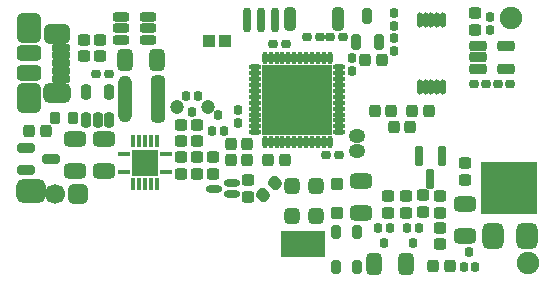
<source format=gts>
G04 Layer_Color=8388736*
%FSLAX25Y25*%
%MOIN*%
G70*
G01*
G75*
%ADD56C,0.06693*%
G04:AMPARAMS|DCode=74|XSize=27.56mil|YSize=31.5mil|CornerRadius=8.86mil|HoleSize=0mil|Usage=FLASHONLY|Rotation=270.000|XOffset=0mil|YOffset=0mil|HoleType=Round|Shape=RoundedRectangle|*
%AMROUNDEDRECTD74*
21,1,0.02756,0.01378,0,0,270.0*
21,1,0.00984,0.03150,0,0,270.0*
1,1,0.01772,-0.00689,-0.00492*
1,1,0.01772,-0.00689,0.00492*
1,1,0.01772,0.00689,0.00492*
1,1,0.01772,0.00689,-0.00492*
%
%ADD74ROUNDEDRECTD74*%
G04:AMPARAMS|DCode=75|XSize=43.31mil|YSize=39.37mil|CornerRadius=11.81mil|HoleSize=0mil|Usage=FLASHONLY|Rotation=0.000|XOffset=0mil|YOffset=0mil|HoleType=Round|Shape=RoundedRectangle|*
%AMROUNDEDRECTD75*
21,1,0.04331,0.01575,0,0,0.0*
21,1,0.01969,0.03937,0,0,0.0*
1,1,0.02362,0.00984,-0.00787*
1,1,0.02362,-0.00984,-0.00787*
1,1,0.02362,-0.00984,0.00787*
1,1,0.02362,0.00984,0.00787*
%
%ADD75ROUNDEDRECTD75*%
G04:AMPARAMS|DCode=76|XSize=51.18mil|YSize=17.72mil|CornerRadius=6.4mil|HoleSize=0mil|Usage=FLASHONLY|Rotation=270.000|XOffset=0mil|YOffset=0mil|HoleType=Round|Shape=RoundedRectangle|*
%AMROUNDEDRECTD76*
21,1,0.05118,0.00492,0,0,270.0*
21,1,0.03839,0.01772,0,0,270.0*
1,1,0.01280,-0.00246,-0.01919*
1,1,0.01280,-0.00246,0.01919*
1,1,0.01280,0.00246,0.01919*
1,1,0.01280,0.00246,-0.01919*
%
%ADD76ROUNDEDRECTD76*%
G04:AMPARAMS|DCode=77|XSize=27.56mil|YSize=31.5mil|CornerRadius=8.86mil|HoleSize=0mil|Usage=FLASHONLY|Rotation=180.000|XOffset=0mil|YOffset=0mil|HoleType=Round|Shape=RoundedRectangle|*
%AMROUNDEDRECTD77*
21,1,0.02756,0.01378,0,0,180.0*
21,1,0.00984,0.03150,0,0,180.0*
1,1,0.01772,-0.00492,0.00689*
1,1,0.01772,0.00492,0.00689*
1,1,0.01772,0.00492,-0.00689*
1,1,0.01772,-0.00492,-0.00689*
%
%ADD77ROUNDEDRECTD77*%
G04:AMPARAMS|DCode=78|XSize=43.31mil|YSize=35.43mil|CornerRadius=10.83mil|HoleSize=0mil|Usage=FLASHONLY|Rotation=90.000|XOffset=0mil|YOffset=0mil|HoleType=Round|Shape=RoundedRectangle|*
%AMROUNDEDRECTD78*
21,1,0.04331,0.01378,0,0,90.0*
21,1,0.02165,0.03543,0,0,90.0*
1,1,0.02165,0.00689,0.01083*
1,1,0.02165,0.00689,-0.01083*
1,1,0.02165,-0.00689,-0.01083*
1,1,0.02165,-0.00689,0.01083*
%
%ADD78ROUNDEDRECTD78*%
G04:AMPARAMS|DCode=79|XSize=43.31mil|YSize=39.37mil|CornerRadius=11.81mil|HoleSize=0mil|Usage=FLASHONLY|Rotation=90.000|XOffset=0mil|YOffset=0mil|HoleType=Round|Shape=RoundedRectangle|*
%AMROUNDEDRECTD79*
21,1,0.04331,0.01575,0,0,90.0*
21,1,0.01969,0.03937,0,0,90.0*
1,1,0.02362,0.00787,0.00984*
1,1,0.02362,0.00787,-0.00984*
1,1,0.02362,-0.00787,-0.00984*
1,1,0.02362,-0.00787,0.00984*
%
%ADD79ROUNDEDRECTD79*%
%ADD80O,0.04724X0.15748*%
G04:AMPARAMS|DCode=81|XSize=47.24mil|YSize=157.48mil|CornerRadius=13.78mil|HoleSize=0mil|Usage=FLASHONLY|Rotation=0.000|XOffset=0mil|YOffset=0mil|HoleType=Round|Shape=RoundedRectangle|*
%AMROUNDEDRECTD81*
21,1,0.04724,0.12992,0,0,0.0*
21,1,0.01969,0.15748,0,0,0.0*
1,1,0.02756,0.00984,-0.06496*
1,1,0.02756,-0.00984,-0.06496*
1,1,0.02756,-0.00984,0.06496*
1,1,0.02756,0.00984,0.06496*
%
%ADD81ROUNDEDRECTD81*%
G04:AMPARAMS|DCode=82|XSize=35.43mil|YSize=59.06mil|CornerRadius=10.83mil|HoleSize=0mil|Usage=FLASHONLY|Rotation=90.000|XOffset=0mil|YOffset=0mil|HoleType=Round|Shape=RoundedRectangle|*
%AMROUNDEDRECTD82*
21,1,0.03543,0.03740,0,0,90.0*
21,1,0.01378,0.05906,0,0,90.0*
1,1,0.02165,0.01870,0.00689*
1,1,0.02165,0.01870,-0.00689*
1,1,0.02165,-0.01870,-0.00689*
1,1,0.02165,-0.01870,0.00689*
%
%ADD82ROUNDEDRECTD82*%
G04:AMPARAMS|DCode=83|XSize=74.8mil|YSize=51.18mil|CornerRadius=14.76mil|HoleSize=0mil|Usage=FLASHONLY|Rotation=180.000|XOffset=0mil|YOffset=0mil|HoleType=Round|Shape=RoundedRectangle|*
%AMROUNDEDRECTD83*
21,1,0.07480,0.02165,0,0,180.0*
21,1,0.04528,0.05118,0,0,180.0*
1,1,0.02953,-0.02264,0.01083*
1,1,0.02953,0.02264,0.01083*
1,1,0.02953,0.02264,-0.01083*
1,1,0.02953,-0.02264,-0.01083*
%
%ADD83ROUNDEDRECTD83*%
G04:AMPARAMS|DCode=84|XSize=47.24mil|YSize=31.5mil|CornerRadius=9.84mil|HoleSize=0mil|Usage=FLASHONLY|Rotation=90.000|XOffset=0mil|YOffset=0mil|HoleType=Round|Shape=RoundedRectangle|*
%AMROUNDEDRECTD84*
21,1,0.04724,0.01181,0,0,90.0*
21,1,0.02756,0.03150,0,0,90.0*
1,1,0.01969,0.00591,0.01378*
1,1,0.01969,0.00591,-0.01378*
1,1,0.01969,-0.00591,-0.01378*
1,1,0.01969,-0.00591,0.01378*
%
%ADD84ROUNDEDRECTD84*%
%ADD85R,0.08858X0.08858*%
%ADD86O,0.01575X0.04331*%
%ADD87O,0.04331X0.01575*%
G04:AMPARAMS|DCode=88|XSize=31.5mil|YSize=53.15mil|CornerRadius=9.84mil|HoleSize=0mil|Usage=FLASHONLY|Rotation=180.000|XOffset=0mil|YOffset=0mil|HoleType=Round|Shape=RoundedRectangle|*
%AMROUNDEDRECTD88*
21,1,0.03150,0.03347,0,0,180.0*
21,1,0.01181,0.05315,0,0,180.0*
1,1,0.01969,-0.00591,0.01673*
1,1,0.01969,0.00591,0.01673*
1,1,0.01969,0.00591,-0.01673*
1,1,0.01969,-0.00591,-0.01673*
%
%ADD88ROUNDEDRECTD88*%
G04:AMPARAMS|DCode=89|XSize=52.87mil|YSize=52.87mil|CornerRadius=15.19mil|HoleSize=0mil|Usage=FLASHONLY|Rotation=0.000|XOffset=0mil|YOffset=0mil|HoleType=Round|Shape=RoundedRectangle|*
%AMROUNDEDRECTD89*
21,1,0.05287,0.02250,0,0,0.0*
21,1,0.02250,0.05287,0,0,0.0*
1,1,0.03037,0.01125,-0.01125*
1,1,0.03037,-0.01125,-0.01125*
1,1,0.03037,-0.01125,0.01125*
1,1,0.03037,0.01125,0.01125*
%
%ADD89ROUNDEDRECTD89*%
G04:AMPARAMS|DCode=90|XSize=43.31mil|YSize=39.37mil|CornerRadius=11.81mil|HoleSize=0mil|Usage=FLASHONLY|Rotation=315.000|XOffset=0mil|YOffset=0mil|HoleType=Round|Shape=RoundedRectangle|*
%AMROUNDEDRECTD90*
21,1,0.04331,0.01575,0,0,315.0*
21,1,0.01969,0.03937,0,0,315.0*
1,1,0.02362,0.00139,-0.01253*
1,1,0.02362,-0.01253,0.00139*
1,1,0.02362,-0.00139,0.01253*
1,1,0.02362,0.01253,-0.00139*
%
%ADD90ROUNDEDRECTD90*%
G04:AMPARAMS|DCode=91|XSize=31.5mil|YSize=55.12mil|CornerRadius=9.84mil|HoleSize=0mil|Usage=FLASHONLY|Rotation=90.000|XOffset=0mil|YOffset=0mil|HoleType=Round|Shape=RoundedRectangle|*
%AMROUNDEDRECTD91*
21,1,0.03150,0.03543,0,0,90.0*
21,1,0.01181,0.05512,0,0,90.0*
1,1,0.01969,0.01772,0.00591*
1,1,0.01969,0.01772,-0.00591*
1,1,0.01969,-0.01772,-0.00591*
1,1,0.01969,-0.01772,0.00591*
%
%ADD91ROUNDEDRECTD91*%
G04:AMPARAMS|DCode=92|XSize=33.47mil|YSize=51.18mil|CornerRadius=10.34mil|HoleSize=0mil|Usage=FLASHONLY|Rotation=180.000|XOffset=0mil|YOffset=0mil|HoleType=Round|Shape=RoundedRectangle|*
%AMROUNDEDRECTD92*
21,1,0.03347,0.03051,0,0,180.0*
21,1,0.01280,0.05118,0,0,180.0*
1,1,0.02067,-0.00640,0.01526*
1,1,0.02067,0.00640,0.01526*
1,1,0.02067,0.00640,-0.01526*
1,1,0.02067,-0.00640,-0.01526*
%
%ADD92ROUNDEDRECTD92*%
%ADD93R,0.23228X0.23228*%
%ADD94O,0.04331X0.01772*%
%ADD95O,0.01772X0.04331*%
G04:AMPARAMS|DCode=96|XSize=23.62mil|YSize=51.18mil|CornerRadius=7.87mil|HoleSize=0mil|Usage=FLASHONLY|Rotation=270.000|XOffset=0mil|YOffset=0mil|HoleType=Round|Shape=RoundedRectangle|*
%AMROUNDEDRECTD96*
21,1,0.02362,0.03543,0,0,270.0*
21,1,0.00787,0.05118,0,0,270.0*
1,1,0.01575,-0.01772,-0.00394*
1,1,0.01575,-0.01772,0.00394*
1,1,0.01575,0.01772,0.00394*
1,1,0.01575,0.01772,-0.00394*
%
%ADD96ROUNDEDRECTD96*%
G04:AMPARAMS|DCode=97|XSize=74.8mil|YSize=51.18mil|CornerRadius=14.76mil|HoleSize=0mil|Usage=FLASHONLY|Rotation=90.000|XOffset=0mil|YOffset=0mil|HoleType=Round|Shape=RoundedRectangle|*
%AMROUNDEDRECTD97*
21,1,0.07480,0.02165,0,0,90.0*
21,1,0.04528,0.05118,0,0,90.0*
1,1,0.02953,0.01083,0.02264*
1,1,0.02953,0.01083,-0.02264*
1,1,0.02953,-0.01083,-0.02264*
1,1,0.02953,-0.01083,0.02264*
%
%ADD97ROUNDEDRECTD97*%
G04:AMPARAMS|DCode=98|XSize=43.31mil|YSize=43.31mil|CornerRadius=12.8mil|HoleSize=0mil|Usage=FLASHONLY|Rotation=180.000|XOffset=0mil|YOffset=0mil|HoleType=Round|Shape=RoundedRectangle|*
%AMROUNDEDRECTD98*
21,1,0.04331,0.01772,0,0,180.0*
21,1,0.01772,0.04331,0,0,180.0*
1,1,0.02559,-0.00886,0.00886*
1,1,0.02559,0.00886,0.00886*
1,1,0.02559,0.00886,-0.00886*
1,1,0.02559,-0.00886,-0.00886*
%
%ADD98ROUNDEDRECTD98*%
G04:AMPARAMS|DCode=99|XSize=78.74mil|YSize=37.4mil|CornerRadius=11.32mil|HoleSize=0mil|Usage=FLASHONLY|Rotation=90.000|XOffset=0mil|YOffset=0mil|HoleType=Round|Shape=RoundedRectangle|*
%AMROUNDEDRECTD99*
21,1,0.07874,0.01476,0,0,90.0*
21,1,0.05610,0.03740,0,0,90.0*
1,1,0.02264,0.00738,0.02805*
1,1,0.02264,0.00738,-0.02805*
1,1,0.02264,-0.00738,-0.02805*
1,1,0.02264,-0.00738,0.02805*
%
%ADD99ROUNDEDRECTD99*%
G04:AMPARAMS|DCode=100|XSize=31.5mil|YSize=59.06mil|CornerRadius=9.84mil|HoleSize=0mil|Usage=FLASHONLY|Rotation=90.000|XOffset=0mil|YOffset=0mil|HoleType=Round|Shape=RoundedRectangle|*
%AMROUNDEDRECTD100*
21,1,0.03150,0.03937,0,0,90.0*
21,1,0.01181,0.05906,0,0,90.0*
1,1,0.01969,0.01969,0.00591*
1,1,0.01969,0.01969,-0.00591*
1,1,0.01969,-0.01969,-0.00591*
1,1,0.01969,-0.01969,0.00591*
%
%ADD100ROUNDEDRECTD100*%
%ADD101R,0.18898X0.17716*%
G04:AMPARAMS|DCode=102|XSize=86.61mil|YSize=70.87mil|CornerRadius=19.69mil|HoleSize=0mil|Usage=FLASHONLY|Rotation=270.000|XOffset=0mil|YOffset=0mil|HoleType=Round|Shape=RoundedRectangle|*
%AMROUNDEDRECTD102*
21,1,0.08661,0.03150,0,0,270.0*
21,1,0.04724,0.07087,0,0,270.0*
1,1,0.03937,-0.01575,-0.02362*
1,1,0.03937,-0.01575,0.02362*
1,1,0.03937,0.01575,0.02362*
1,1,0.03937,0.01575,-0.02362*
%
%ADD102ROUNDEDRECTD102*%
G04:AMPARAMS|DCode=103|XSize=101.38mil|YSize=82.68mil|CornerRadius=22.64mil|HoleSize=0mil|Usage=FLASHONLY|Rotation=270.000|XOffset=0mil|YOffset=0mil|HoleType=Round|Shape=RoundedRectangle|*
%AMROUNDEDRECTD103*
21,1,0.10138,0.03740,0,0,270.0*
21,1,0.05610,0.08268,0,0,270.0*
1,1,0.04528,-0.01870,-0.02805*
1,1,0.04528,-0.01870,0.02805*
1,1,0.04528,0.01870,0.02805*
1,1,0.04528,0.01870,-0.02805*
%
%ADD103ROUNDEDRECTD103*%
G04:AMPARAMS|DCode=104|XSize=54.13mil|YSize=82.68mil|CornerRadius=15.5mil|HoleSize=0mil|Usage=FLASHONLY|Rotation=270.000|XOffset=0mil|YOffset=0mil|HoleType=Round|Shape=RoundedRectangle|*
%AMROUNDEDRECTD104*
21,1,0.05413,0.05167,0,0,270.0*
21,1,0.02313,0.08268,0,0,270.0*
1,1,0.03100,-0.02584,-0.01157*
1,1,0.03100,-0.02584,0.01157*
1,1,0.03100,0.02584,0.01157*
1,1,0.03100,0.02584,-0.01157*
%
%ADD104ROUNDEDRECTD104*%
G04:AMPARAMS|DCode=105|XSize=65.94mil|YSize=86.61mil|CornerRadius=18.46mil|HoleSize=0mil|Usage=FLASHONLY|Rotation=270.000|XOffset=0mil|YOffset=0mil|HoleType=Round|Shape=RoundedRectangle|*
%AMROUNDEDRECTD105*
21,1,0.06594,0.04971,0,0,270.0*
21,1,0.02904,0.08661,0,0,270.0*
1,1,0.03691,-0.02485,-0.01452*
1,1,0.03691,-0.02485,0.01452*
1,1,0.03691,0.02485,0.01452*
1,1,0.03691,0.02485,-0.01452*
%
%ADD105ROUNDEDRECTD105*%
G04:AMPARAMS|DCode=106|XSize=65.94mil|YSize=90.55mil|CornerRadius=18.46mil|HoleSize=0mil|Usage=FLASHONLY|Rotation=270.000|XOffset=0mil|YOffset=0mil|HoleType=Round|Shape=RoundedRectangle|*
%AMROUNDEDRECTD106*
21,1,0.06594,0.05364,0,0,270.0*
21,1,0.02904,0.09055,0,0,270.0*
1,1,0.03691,-0.02682,-0.01452*
1,1,0.03691,-0.02682,0.01452*
1,1,0.03691,0.02682,0.01452*
1,1,0.03691,0.02682,-0.01452*
%
%ADD106ROUNDEDRECTD106*%
G04:AMPARAMS|DCode=107|XSize=25.59mil|YSize=62.21mil|CornerRadius=8.37mil|HoleSize=0mil|Usage=FLASHONLY|Rotation=90.000|XOffset=0mil|YOffset=0mil|HoleType=Round|Shape=RoundedRectangle|*
%AMROUNDEDRECTD107*
21,1,0.02559,0.04547,0,0,90.0*
21,1,0.00886,0.06221,0,0,90.0*
1,1,0.01673,0.02274,0.00443*
1,1,0.01673,0.02274,-0.00443*
1,1,0.01673,-0.02274,-0.00443*
1,1,0.01673,-0.02274,0.00443*
%
%ADD107ROUNDEDRECTD107*%
G04:AMPARAMS|DCode=108|XSize=29.53mil|YSize=66.93mil|CornerRadius=9.35mil|HoleSize=0mil|Usage=FLASHONLY|Rotation=0.000|XOffset=0mil|YOffset=0mil|HoleType=Round|Shape=RoundedRectangle|*
%AMROUNDEDRECTD108*
21,1,0.02953,0.04823,0,0,0.0*
21,1,0.01083,0.06693,0,0,0.0*
1,1,0.01870,0.00541,-0.02411*
1,1,0.01870,-0.00541,-0.02411*
1,1,0.01870,-0.00541,0.02411*
1,1,0.01870,0.00541,0.02411*
%
%ADD108ROUNDEDRECTD108*%
G04:AMPARAMS|DCode=109|XSize=23.62mil|YSize=82.68mil|CornerRadius=7.87mil|HoleSize=0mil|Usage=FLASHONLY|Rotation=0.000|XOffset=0mil|YOffset=0mil|HoleType=Round|Shape=RoundedRectangle|*
%AMROUNDEDRECTD109*
21,1,0.02362,0.06693,0,0,0.0*
21,1,0.00787,0.08268,0,0,0.0*
1,1,0.01575,0.00394,-0.03347*
1,1,0.01575,-0.00394,-0.03347*
1,1,0.01575,-0.00394,0.03347*
1,1,0.01575,0.00394,0.03347*
%
%ADD109ROUNDEDRECTD109*%
%ADD110R,0.03937X0.04331*%
%ADD111C,0.07480*%
%ADD112O,0.05512X0.04724*%
G04:AMPARAMS|DCode=113|XSize=66.93mil|YSize=66.93mil|CornerRadius=18.7mil|HoleSize=0mil|Usage=FLASHONLY|Rotation=90.000|XOffset=0mil|YOffset=0mil|HoleType=Round|Shape=RoundedRectangle|*
%AMROUNDEDRECTD113*
21,1,0.06693,0.02953,0,0,90.0*
21,1,0.02953,0.06693,0,0,90.0*
1,1,0.03740,0.01476,0.01476*
1,1,0.03740,0.01476,-0.01476*
1,1,0.03740,-0.01476,-0.01476*
1,1,0.03740,-0.01476,0.01476*
%
%ADD113ROUNDEDRECTD113*%
%ADD114C,0.04724*%
G04:AMPARAMS|DCode=115|XSize=98.43mil|YSize=78.74mil|CornerRadius=21.65mil|HoleSize=0mil|Usage=FLASHONLY|Rotation=180.000|XOffset=0mil|YOffset=0mil|HoleType=Round|Shape=RoundedRectangle|*
%AMROUNDEDRECTD115*
21,1,0.09843,0.03543,0,0,180.0*
21,1,0.05512,0.07874,0,0,180.0*
1,1,0.04331,-0.02756,0.01772*
1,1,0.04331,0.02756,0.01772*
1,1,0.04331,0.02756,-0.01772*
1,1,0.04331,-0.02756,-0.01772*
%
%ADD115ROUNDEDRECTD115*%
%ADD116R,0.14567X0.08661*%
D56*
X13750Y-62795D02*
D03*
D74*
X86559Y-12856D02*
D03*
X90850D02*
D03*
X157646Y-26000D02*
D03*
X153354D02*
D03*
X165646Y-26000D02*
D03*
X161354D02*
D03*
X31791Y-22750D02*
D03*
X27500D02*
D03*
X104104Y-49750D02*
D03*
X108396D02*
D03*
X102146Y-10500D02*
D03*
X97854D02*
D03*
X109823Y-10433D02*
D03*
X105532D02*
D03*
D75*
X55709Y-45256D02*
D03*
Y-39744D02*
D03*
X142250Y-63494D02*
D03*
Y-69006D02*
D03*
X150500Y-58006D02*
D03*
Y-52494D02*
D03*
X153750Y-8146D02*
D03*
Y-2634D02*
D03*
X23500Y-16831D02*
D03*
Y-11319D02*
D03*
X29000D02*
D03*
Y-16831D02*
D03*
X78250Y-58244D02*
D03*
Y-63756D02*
D03*
X61122Y-56102D02*
D03*
Y-50591D02*
D03*
X55807Y-56102D02*
D03*
Y-50591D02*
D03*
X130750Y-69000D02*
D03*
Y-63488D02*
D03*
X125000Y-69006D02*
D03*
Y-63494D02*
D03*
X136500Y-68756D02*
D03*
Y-63244D02*
D03*
X66500Y-56006D02*
D03*
Y-50494D02*
D03*
X61122Y-39744D02*
D03*
Y-45256D02*
D03*
X142250Y-79506D02*
D03*
Y-73994D02*
D03*
D76*
X143280Y-4963D02*
D03*
X141311D02*
D03*
X139342D02*
D03*
X137374D02*
D03*
X135406D02*
D03*
Y-27010D02*
D03*
X137374D02*
D03*
X139342D02*
D03*
X141311D02*
D03*
X143280D02*
D03*
D77*
X112750Y-17604D02*
D03*
Y-21896D02*
D03*
X126750Y-2604D02*
D03*
Y-6896D02*
D03*
X159000Y-8146D02*
D03*
Y-3854D02*
D03*
X133250Y-79118D02*
D03*
X131281Y-74000D02*
D03*
X135219D02*
D03*
X68250Y-36632D02*
D03*
X70218Y-41750D02*
D03*
X66281D02*
D03*
X123500Y-79118D02*
D03*
X121531Y-74000D02*
D03*
X125469D02*
D03*
X61468Y-30250D02*
D03*
X57531D02*
D03*
X59500Y-35368D02*
D03*
X150031Y-87250D02*
D03*
X153969D02*
D03*
X152000Y-82132D02*
D03*
X75000Y-34854D02*
D03*
Y-39146D02*
D03*
X126750Y-15146D02*
D03*
Y-10854D02*
D03*
D78*
X19783Y-37500D02*
D03*
X13878D02*
D03*
D79*
X139994Y-86750D02*
D03*
X145506D02*
D03*
X84994Y-51500D02*
D03*
X90506D02*
D03*
X138506Y-35000D02*
D03*
X132994D02*
D03*
X126744Y-40500D02*
D03*
X132256D02*
D03*
X120494Y-35000D02*
D03*
X126006D02*
D03*
X78006Y-51500D02*
D03*
X72494D02*
D03*
X117244Y-18250D02*
D03*
X122756D02*
D03*
X78006Y-46250D02*
D03*
X72494D02*
D03*
X5315Y-41929D02*
D03*
X10827D02*
D03*
D80*
X37106Y-31201D02*
D03*
D81*
X48130D02*
D03*
D82*
X164224Y-13510D02*
D03*
Y-20990D02*
D03*
X154776D02*
D03*
Y-17250D02*
D03*
Y-13510D02*
D03*
D83*
X116000Y-58435D02*
D03*
Y-69065D02*
D03*
X30250Y-54974D02*
D03*
Y-44344D02*
D03*
X20500Y-54974D02*
D03*
Y-44344D02*
D03*
X150500Y-66185D02*
D03*
Y-76815D02*
D03*
D84*
X107480Y-75394D02*
D03*
X114370D02*
D03*
Y-87205D02*
D03*
X107480D02*
D03*
D85*
X43799Y-52362D02*
D03*
D86*
X39862Y-45276D02*
D03*
X41831D02*
D03*
X43799D02*
D03*
X45768D02*
D03*
X47736D02*
D03*
Y-59449D02*
D03*
X45768D02*
D03*
X43799D02*
D03*
X41831D02*
D03*
X39862D02*
D03*
D87*
X50886Y-49409D02*
D03*
Y-55315D02*
D03*
X36713D02*
D03*
Y-49409D02*
D03*
D88*
X114260Y-12179D02*
D03*
X121740D02*
D03*
X118000Y-3321D02*
D03*
D89*
X93000Y-70000D02*
D03*
Y-60000D02*
D03*
X100750D02*
D03*
Y-70000D02*
D03*
D90*
X87199Y-59301D02*
D03*
X83301Y-63199D02*
D03*
D91*
X35750Y-3839D02*
D03*
Y-7579D02*
D03*
Y-11319D02*
D03*
X44805D02*
D03*
Y-7579D02*
D03*
Y-3839D02*
D03*
D92*
X24311Y-38189D02*
D03*
X28051D02*
D03*
X31791D02*
D03*
Y-28740D02*
D03*
X24311D02*
D03*
D93*
X94587Y-31398D02*
D03*
D94*
X108563Y-20571D02*
D03*
Y-22539D02*
D03*
Y-24508D02*
D03*
Y-26476D02*
D03*
Y-28445D02*
D03*
Y-30413D02*
D03*
Y-32382D02*
D03*
Y-34350D02*
D03*
Y-36319D02*
D03*
Y-38287D02*
D03*
Y-40256D02*
D03*
Y-42224D02*
D03*
X80610D02*
D03*
Y-40256D02*
D03*
Y-38287D02*
D03*
Y-36319D02*
D03*
Y-34350D02*
D03*
Y-32382D02*
D03*
Y-30413D02*
D03*
Y-28445D02*
D03*
Y-26476D02*
D03*
Y-24508D02*
D03*
Y-22539D02*
D03*
Y-20571D02*
D03*
D95*
X105413Y-45374D02*
D03*
X103445D02*
D03*
X101476D02*
D03*
X99508D02*
D03*
X97539D02*
D03*
X95571D02*
D03*
X93602D02*
D03*
X91634D02*
D03*
X89665D02*
D03*
X87697D02*
D03*
X85728D02*
D03*
X83760D02*
D03*
Y-17421D02*
D03*
X85728D02*
D03*
X87697D02*
D03*
X89665D02*
D03*
X91634D02*
D03*
X93602D02*
D03*
X95571D02*
D03*
X97539D02*
D03*
X99508D02*
D03*
X101476D02*
D03*
X103445D02*
D03*
X105413D02*
D03*
D96*
X72703Y-62968D02*
D03*
Y-59031D02*
D03*
X66797Y-61000D02*
D03*
D97*
X47880Y-18250D02*
D03*
X37250D02*
D03*
X120185Y-86000D02*
D03*
X130815D02*
D03*
D98*
X107750Y-59551D02*
D03*
Y-69000D02*
D03*
D99*
X92146Y-4528D02*
D03*
X108051D02*
D03*
D100*
X4134Y-47441D02*
D03*
Y-54921D02*
D03*
X12402Y-51181D02*
D03*
D101*
X165305Y-60805D02*
D03*
D102*
X171211Y-76947D02*
D03*
X159793D02*
D03*
D103*
X5315Y-30807D02*
D03*
Y-7579D02*
D03*
D104*
Y-15846D02*
D03*
Y-22539D02*
D03*
D105*
X14567Y-9350D02*
D03*
D106*
X14370Y-29035D02*
D03*
D107*
X15748Y-14075D02*
D03*
Y-24311D02*
D03*
Y-21752D02*
D03*
Y-16634D02*
D03*
Y-19193D02*
D03*
D108*
X139000Y-57750D02*
D03*
X135260Y-50270D02*
D03*
X142740D02*
D03*
D109*
X87303Y-4921D02*
D03*
X82579D02*
D03*
X77854D02*
D03*
D110*
X65059Y-11713D02*
D03*
X70571D02*
D03*
D111*
X171500Y-85888D02*
D03*
X165750Y-4250D02*
D03*
D112*
X114500Y-43500D02*
D03*
Y-48500D02*
D03*
D113*
X21654Y-62795D02*
D03*
D114*
X65000Y-33750D02*
D03*
X54500D02*
D03*
D115*
X5750Y-61750D02*
D03*
D116*
X96500Y-79500D02*
D03*
M02*

</source>
